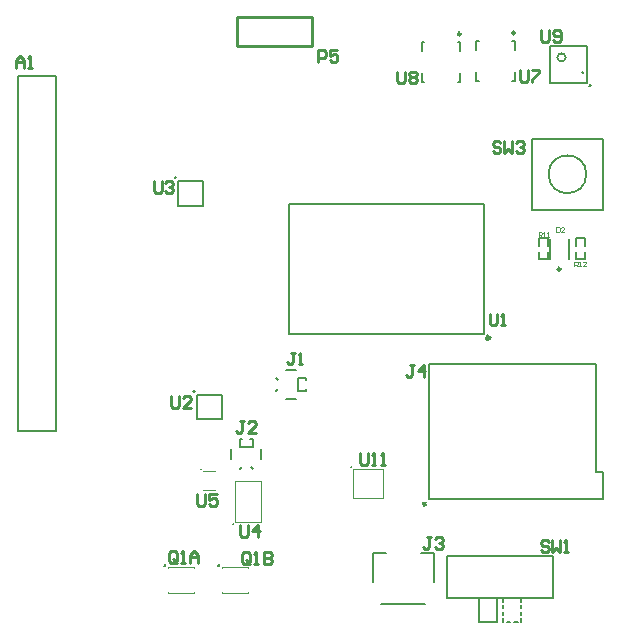
<source format=gbr>
%TF.GenerationSoftware,Altium Limited,Altium Designer,20.1.11 (218)*%
G04 Layer_Color=65535*
%FSLAX45Y45*%
%MOMM*%
%TF.SameCoordinates,C7425212-4277-447C-8971-9BA6FDDE4791*%
%TF.FilePolarity,Positive*%
%TF.FileFunction,Legend,Top*%
%TF.Part,Single*%
G01*
G75*
%TA.AperFunction,NonConductor*%
%ADD51C,0.20000*%
%ADD64C,0.10000*%
%ADD85C,0.15000*%
%ADD86C,0.15240*%
%ADD87C,0.12500*%
%ADD88C,0.25400*%
%ADD112C,0.30000*%
%ADD113C,0.25000*%
D51*
X1863748Y689548D02*
G03*
X1863748Y689548I-5000J0D01*
G01*
X2861000Y1174000D02*
G03*
X2861000Y1174000I-5000J0D01*
G01*
X1377500Y3620000D02*
G03*
X1377500Y3620000I-7500J0D01*
G01*
X1537508Y1809992D02*
G03*
X1537508Y1809992I-7500J0D01*
G01*
X3519999Y2042502D02*
X4934997D01*
X3519999Y897500D02*
Y2042502D01*
Y897500D02*
X4987499D01*
Y1130002D01*
X4934997D02*
X4987499D01*
X4934997D02*
Y2042502D01*
X4539999Y2935000D02*
Y3105002D01*
X4699998Y2935000D02*
Y3105002D01*
X359999Y1480000D02*
Y4479999D01*
X39999Y1480000D02*
X359999D01*
X39999Y4479999D02*
X359999D01*
X39999Y1480000D02*
Y4479999D01*
D64*
X4750016Y2870007D02*
Y2909994D01*
X4770010D01*
X4776674Y2903329D01*
Y2890000D01*
X4770010Y2883336D01*
X4750016D01*
X4763345D02*
X4776674Y2870007D01*
X4790003D02*
X4803332D01*
X4796668D01*
Y2909994D01*
X4790003Y2903329D01*
X4849984Y2870007D02*
X4823326D01*
X4849984Y2896665D01*
Y2903329D01*
X4843319Y2909994D01*
X4829990D01*
X4823326Y2903329D01*
X4596677Y3199994D02*
Y3160007D01*
X4616671D01*
X4623335Y3166671D01*
Y3193329D01*
X4616671Y3199994D01*
X4596677D01*
X4663322Y3160007D02*
X4636664D01*
X4663322Y3186665D01*
Y3193329D01*
X4656658Y3199994D01*
X4643329D01*
X4636664Y3193329D01*
X4446681Y3120007D02*
Y3159994D01*
X4466674D01*
X4473339Y3153329D01*
Y3140000D01*
X4466674Y3133336D01*
X4446681D01*
X4460010D02*
X4473339Y3120007D01*
X4486668D02*
X4499997D01*
X4493332D01*
Y3159994D01*
X4486668Y3153329D01*
X4519990Y3120007D02*
X4533319D01*
X4526655D01*
Y3159994D01*
X4519990Y3153329D01*
D85*
X4827500Y4510000D02*
G03*
X4827500Y4510000I-7500J0D01*
G01*
X4675000Y4640000D02*
G03*
X4675000Y4640000I-35000J0D01*
G01*
X1590537Y1151214D02*
G03*
X1590537Y1151214I-5000J0D01*
G01*
X2332002Y2299999D02*
Y3399997D01*
X3982001Y2299999D02*
Y3399997D01*
X2332002Y2299999D02*
X3982001D01*
X2332002Y3399997D02*
X3982001D01*
X3557510Y197498D02*
Y447500D01*
X3115001Y9391D02*
X3485003D01*
X3042510Y197498D02*
Y447500D01*
X3450002D02*
X3557510D01*
X3042510D02*
X3150018D01*
X2406999Y1815002D02*
Y1924999D01*
Y1815002D02*
X2475000D01*
X2406999Y1924999D02*
X2475000D01*
X2306999Y1995002D02*
X2392999D01*
X2475000Y1815002D02*
Y1834001D01*
Y1906000D02*
Y1924999D01*
X2306999Y1745000D02*
X2392999D01*
X2224998Y1815002D02*
X2242498Y1832503D01*
X2224998Y1924999D02*
X2242498Y1907499D01*
X3457500Y4692497D02*
Y4772497D01*
X3477500D01*
X3457500Y4427499D02*
Y4507499D01*
Y4427499D02*
X3477500D01*
X3762498D02*
X3782498D01*
Y4507499D01*
Y4692497D02*
Y4772497D01*
X3762498D02*
X3782498D01*
X1915001Y1336998D02*
X2024998D01*
Y1404999D01*
X1915001Y1336998D02*
Y1404999D01*
X1844999Y1236998D02*
Y1322997D01*
X2005999Y1404999D02*
X2024998D01*
X1915001D02*
X1934000D01*
X2095001Y1236998D02*
Y1322997D01*
X2007498Y1172497D02*
X2024998Y1155002D01*
X1915001D02*
X1932502Y1172497D01*
X1604999Y3385001D02*
Y3594998D01*
X1395002Y3385001D02*
Y3595009D01*
Y3385001D02*
X1604999D01*
X1395002Y3594998D02*
X1604999D01*
X1765010Y1574990D02*
Y1784992D01*
X1555008Y1574990D02*
Y1785002D01*
Y1574990D02*
X1765010D01*
X1555008Y1784992D02*
X1765010D01*
X4542500Y4737499D02*
X4857501D01*
X4542500Y4422498D02*
Y4737499D01*
Y4422498D02*
X4857501D01*
Y4737499D01*
X4222499Y4782497D02*
X4242499D01*
Y4702497D02*
Y4782497D01*
Y4437499D02*
Y4517499D01*
X4222499Y4437499D02*
X4242499D01*
X3917501D02*
X3937501D01*
X3917501D02*
Y4517499D01*
Y4782497D02*
X3937501D01*
X3917501Y4702497D02*
Y4782497D01*
D86*
X4850078Y3650000D02*
G03*
X4850078Y3650000I-160078J0D01*
G01*
X3944999Y-140002D02*
Y65001D01*
Y-140002D02*
X4095001D01*
Y65001D01*
X4295001Y-140002D02*
Y-110000D01*
X4144998Y-140002D02*
Y-110000D01*
X4238999Y-140002D02*
X4264002D01*
X4144998Y-81999D02*
Y-52001D01*
X4295001Y-81999D02*
Y-52001D01*
Y30000D02*
Y65001D01*
Y-26002D02*
Y4000D01*
X4178999Y-140002D02*
X4204003D01*
X4144998Y-26002D02*
Y4000D01*
Y30000D02*
Y65001D01*
X4239999Y-140002D02*
X4270002D01*
X3669998Y65001D02*
Y414998D01*
Y65001D02*
X4570001D01*
Y414998D01*
X3669998D02*
X4570001D01*
X4837498Y3045001D02*
Y3107500D01*
Y2932499D02*
Y2994999D01*
X4762502Y3045001D02*
Y3107500D01*
Y2932499D02*
Y2994999D01*
Y2932499D02*
X4837498D01*
X4762502Y3107500D02*
X4837498D01*
X4389998Y3350002D02*
X4990001D01*
Y3950001D01*
X4389998D02*
X4990001D01*
X4389998Y3350002D02*
Y3950001D01*
X4452499Y2932498D02*
X4527500D01*
X4452499Y3107499D02*
X4527500D01*
Y3045000D02*
Y3107499D01*
Y2932498D02*
Y2994998D01*
X4452499Y3045000D02*
Y3107499D01*
Y2932498D02*
Y2994998D01*
D87*
X1876248Y1049547D02*
X2098747D01*
X1876248Y707049D02*
Y1049547D01*
Y707049D02*
X2098747D01*
Y1049547D01*
X2874999Y904998D02*
X3125001D01*
Y1155000D01*
X2874999Y904998D02*
Y1155000D01*
X3125001D01*
X1608748Y1140002D02*
X1703749D01*
X1608743Y979992D02*
X1703744D01*
X1311501Y312502D02*
Y321001D01*
X1528499D01*
Y312502D02*
Y321001D01*
Y104003D02*
Y112502D01*
X1311501Y104003D02*
Y112502D01*
Y104003D02*
X1528499D01*
X1766998Y314998D02*
Y323497D01*
X1984001D01*
Y314998D02*
Y323497D01*
Y106500D02*
Y114999D01*
X1766998Y106500D02*
Y114999D01*
Y106500D02*
X1984001D01*
D88*
X1893498Y4735001D02*
Y4984998D01*
Y4735001D02*
X2527497D01*
Y4984998D01*
X1893498D02*
X2527497D01*
X3388339Y2032486D02*
X3355016D01*
X3371678D01*
Y1949179D01*
X3355016Y1932518D01*
X3338355D01*
X3321694Y1949179D01*
X3471646Y1932518D02*
Y2032486D01*
X3421662Y1982502D01*
X3488307D01*
X4030357Y2469982D02*
Y2386675D01*
X4047019Y2370014D01*
X4080341D01*
X4097002Y2386675D01*
Y2469982D01*
X4130325Y2370014D02*
X4163648D01*
X4146986D01*
Y2469982D01*
X4130325Y2453320D01*
X1186694Y3589984D02*
Y3506678D01*
X1203355Y3490016D01*
X1236677D01*
X1253339Y3506678D01*
Y3589984D01*
X1286661Y3573323D02*
X1303323Y3589984D01*
X1336645D01*
X1353306Y3573323D01*
Y3556661D01*
X1336645Y3540000D01*
X1319984D01*
X1336645D01*
X1353306Y3523339D01*
Y3506678D01*
X1336645Y3490016D01*
X1303323D01*
X1286661Y3506678D01*
X1336694Y1769984D02*
Y1686678D01*
X1353355Y1670016D01*
X1386677D01*
X1403339Y1686678D01*
Y1769984D01*
X1503306Y1670016D02*
X1436661D01*
X1503306Y1736661D01*
Y1753323D01*
X1486645Y1769984D01*
X1453323D01*
X1436661Y1753323D01*
X2931702Y1289984D02*
Y1206678D01*
X2948363Y1190016D01*
X2981686D01*
X2998347Y1206678D01*
Y1289984D01*
X3031670Y1190016D02*
X3064992D01*
X3048331D01*
Y1289984D01*
X3031670Y1273323D01*
X3114976Y1190016D02*
X3148299D01*
X3131637D01*
Y1289984D01*
X3114976Y1273323D01*
X4466694Y4869984D02*
Y4786677D01*
X4483355Y4770016D01*
X4516678D01*
X4533339Y4786677D01*
Y4869984D01*
X4566661Y4786677D02*
X4583323Y4770016D01*
X4616645D01*
X4633306Y4786677D01*
Y4853323D01*
X4616645Y4869984D01*
X4583323D01*
X4566661Y4853323D01*
Y4836661D01*
X4583323Y4820000D01*
X4633306D01*
X3246694Y4519984D02*
Y4436677D01*
X3263355Y4420016D01*
X3296677D01*
X3313339Y4436677D01*
Y4519984D01*
X3346661Y4503322D02*
X3363323Y4519984D01*
X3396645D01*
X3413306Y4503322D01*
Y4486661D01*
X3396645Y4470000D01*
X3413306Y4453339D01*
Y4436677D01*
X3396645Y4420016D01*
X3363323D01*
X3346661Y4436677D01*
Y4453339D01*
X3363323Y4470000D01*
X3346661Y4486661D01*
Y4503322D01*
X3363323Y4470000D02*
X3396645D01*
X4286693Y4529984D02*
Y4446677D01*
X4303355Y4430016D01*
X4336677D01*
X4353339Y4446677D01*
Y4529984D01*
X4386661D02*
X4453306D01*
Y4513322D01*
X4386661Y4446677D01*
Y4430016D01*
X1556694Y939984D02*
Y856677D01*
X1573355Y840016D01*
X1606678D01*
X1623339Y856677D01*
Y939984D01*
X1723306D02*
X1656661D01*
Y890000D01*
X1689984Y906661D01*
X1706645D01*
X1723306Y890000D01*
Y856677D01*
X1706645Y840016D01*
X1673323D01*
X1656661Y856677D01*
X1916692Y679985D02*
Y596678D01*
X1933354Y580017D01*
X1966676D01*
X1983337Y596678D01*
Y679985D01*
X2066644Y580017D02*
Y679985D01*
X2016660Y630001D01*
X2083305D01*
X4123355Y3913323D02*
X4106694Y3929984D01*
X4073371D01*
X4056710Y3913323D01*
Y3896661D01*
X4073371Y3880000D01*
X4106694D01*
X4123355Y3863339D01*
Y3846678D01*
X4106694Y3830016D01*
X4073371D01*
X4056710Y3846678D01*
X4156677Y3929984D02*
Y3830016D01*
X4190000Y3863339D01*
X4223323Y3830016D01*
Y3929984D01*
X4256645Y3913323D02*
X4273307Y3929984D01*
X4306629D01*
X4323290Y3913323D01*
Y3896661D01*
X4306629Y3880000D01*
X4289968D01*
X4306629D01*
X4323290Y3863339D01*
Y3846678D01*
X4306629Y3830016D01*
X4273307D01*
X4256645Y3846678D01*
X4530016Y533323D02*
X4513355Y549984D01*
X4480032D01*
X4463371Y533323D01*
Y516661D01*
X4480032Y500000D01*
X4513355D01*
X4530016Y483339D01*
Y466678D01*
X4513355Y450016D01*
X4480032D01*
X4463371Y466678D01*
X4563339Y549984D02*
Y450016D01*
X4596661Y483339D01*
X4629984Y450016D01*
Y549984D01*
X4663307Y450016D02*
X4696629D01*
X4679968D01*
Y549984D01*
X4663307Y533323D01*
X2001685Y366677D02*
Y433322D01*
X1985024Y449984D01*
X1951702D01*
X1935040Y433322D01*
Y366677D01*
X1951702Y350016D01*
X1985024D01*
X1968363Y383339D02*
X2001685Y350016D01*
X1985024D02*
X2001685Y366677D01*
X2035008Y350016D02*
X2068331D01*
X2051670D01*
Y449984D01*
X2035008Y433322D01*
X2118315Y449984D02*
Y350016D01*
X2168298D01*
X2184960Y366677D01*
Y383339D01*
X2168298Y400000D01*
X2118315D01*
X2168298D01*
X2184960Y416661D01*
Y433322D01*
X2168298Y449984D01*
X2118315D01*
X1381685Y376677D02*
Y443322D01*
X1365024Y459984D01*
X1331702D01*
X1315040Y443322D01*
Y376677D01*
X1331702Y360016D01*
X1365024D01*
X1348363Y393339D02*
X1381685Y360016D01*
X1365024D02*
X1381685Y376677D01*
X1415008Y360016D02*
X1448331D01*
X1431669D01*
Y459984D01*
X1415008Y443322D01*
X1498315Y360016D02*
Y426661D01*
X1531637Y459984D01*
X1564960Y426661D01*
Y360016D01*
Y410000D01*
X1498315D01*
X2576694Y4600016D02*
Y4699984D01*
X2626677D01*
X2643339Y4683323D01*
Y4650000D01*
X2626677Y4633339D01*
X2576694D01*
X2743306Y4699984D02*
X2676661D01*
Y4650000D01*
X2709984Y4666661D01*
X2726645D01*
X2743306Y4650000D01*
Y4616678D01*
X2726645Y4600016D01*
X2693323D01*
X2676661Y4616678D01*
X3533339Y579984D02*
X3500016D01*
X3516677D01*
Y496677D01*
X3500016Y480016D01*
X3483355D01*
X3466694Y496677D01*
X3566661Y563322D02*
X3583323Y579984D01*
X3616645D01*
X3633306Y563322D01*
Y546661D01*
X3616645Y530000D01*
X3599984D01*
X3616645D01*
X3633306Y513339D01*
Y496677D01*
X3616645Y480016D01*
X3583323D01*
X3566661Y496677D01*
X1953341Y1559986D02*
X1920018D01*
X1936680D01*
Y1476680D01*
X1920018Y1460018D01*
X1903357D01*
X1886696Y1476680D01*
X2053309Y1460018D02*
X1986664D01*
X2053309Y1526663D01*
Y1543325D01*
X2036647Y1559986D01*
X2003325D01*
X1986664Y1543325D01*
X2380000Y2139984D02*
X2346678D01*
X2363339D01*
Y2056677D01*
X2346678Y2040016D01*
X2330016D01*
X2313355Y2056677D01*
X2413323Y2040016D02*
X2446645D01*
X2429984D01*
Y2139984D01*
X2413323Y2123322D01*
X23354Y4550018D02*
Y4616663D01*
X56676Y4649985D01*
X89999Y4616663D01*
Y4550018D01*
Y4600001D01*
X23354D01*
X123322Y4550018D02*
X156644D01*
X139983D01*
Y4649985D01*
X123322Y4633324D01*
D112*
X4032502Y2264998D02*
G03*
X4032502Y2264998I-15000J0D01*
G01*
D113*
X3486423Y868224D02*
G03*
X3488837Y866340I-6425J-10722D01*
G01*
X4632500Y2847500D02*
G03*
X4632500Y2847500I-12500J0D01*
G01*
X3787500Y4837500D02*
G03*
X3787500Y4837500I-12500J0D01*
G01*
X4882500Y4402500D02*
G03*
X4882500Y4402500I-5000J0D01*
G01*
X4247500Y4847500D02*
G03*
X4247500Y4847500I-12500J0D01*
G01*
X1282500Y335001D02*
G03*
X1282500Y335001I-5000J0D01*
G01*
X1737998Y337498D02*
G03*
X1737998Y337498I-5000J0D01*
G01*
%TF.MD5,8f74f7e97627050b0f3af038afd69a55*%
M02*

</source>
